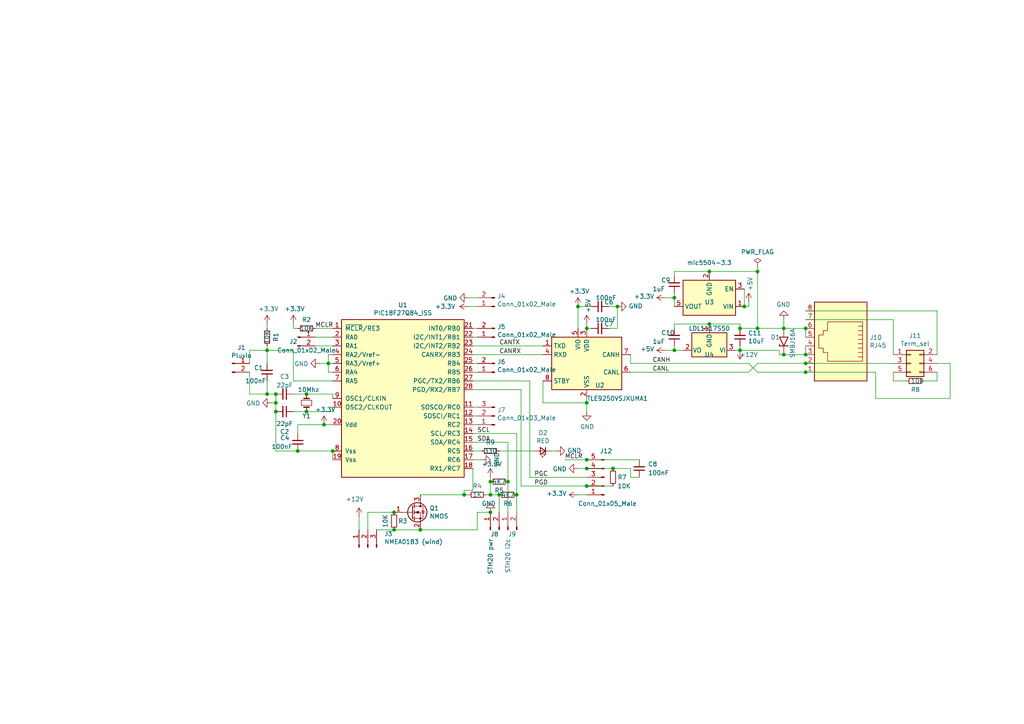
<source format=kicad_sch>
(kicad_sch (version 20211123) (generator eeschema)
  (paper "A4")
  (lib_symbols
    (symbol "Connector:Conn_01x02_Male" (pin_names (offset 1.016) hide)
      (property "Reference" "J" (at 0 2.54 0))
      (property "Value" "Conn_01x02_Male" (at 0 -5.08 0))
      (symbol "Conn_01x02_Male_1_1"
        (polyline (pts (xy 1.27 -2.54) (xy 0.8636 -2.54)) (stroke (width 0.1524)))
        (polyline (pts (xy 1.27 0) (xy 0.8636 0)) (stroke (width 0.1524)))
        (rectangle (start 0.8636 -2.413) (end 0 -2.667) (stroke (width 0.1524)) (fill (type outline)))
        (rectangle (start 0.8636 0.127) (end 0 -0.127) (stroke (width 0.1524)) (fill (type outline)))
        (pin passive line (at 5.08 0 180) (length 3.81) (name "Pin_1") (number "1"))
        (pin passive line (at 5.08 -2.54 180) (length 3.81) (name "Pin_2") (number "2"))
      )
    )
    (symbol "Connector:Conn_01x03_Male" (pin_names (offset 1.016) hide)
      (property "Reference" "J" (at 0 5.08 0))
      (property "Value" "Conn_01x03_Male" (at 0 -5.08 0))
      (symbol "Conn_01x03_Male_1_1"
        (polyline (pts (xy 1.27 -2.54) (xy 0.8636 -2.54)) (stroke (width 0.1524)))
        (polyline (pts (xy 1.27 0) (xy 0.8636 0)) (stroke (width 0.1524)))
        (polyline (pts (xy 1.27 2.54) (xy 0.8636 2.54)) (stroke (width 0.1524)))
        (rectangle (start 0.8636 -2.413) (end 0 -2.667) (stroke (width 0.1524)) (fill (type outline)))
        (rectangle (start 0.8636 0.127) (end 0 -0.127) (stroke (width 0.1524)) (fill (type outline)))
        (rectangle (start 0.8636 2.667) (end 0 2.413) (stroke (width 0.1524)) (fill (type outline)))
        (pin passive line (at 5.08 2.54 180) (length 3.81) (name "Pin_1") (number "1"))
        (pin passive line (at 5.08 0 180) (length 3.81) (name "Pin_2") (number "2"))
        (pin passive line (at 5.08 -2.54 180) (length 3.81) (name "Pin_3") (number "3"))
      )
    )
    (symbol "Connector:Conn_01x05_Male" (pin_names (offset 1.016) hide)
      (property "Reference" "J" (at 0 7.62 0))
      (property "Value" "Conn_01x05_Male" (at 0 -7.62 0))
      (symbol "Conn_01x05_Male_1_1"
        (polyline (pts (xy 1.27 -5.08) (xy 0.8636 -5.08)) (stroke (width 0.1524)))
        (polyline (pts (xy 1.27 -2.54) (xy 0.8636 -2.54)) (stroke (width 0.1524)))
        (polyline (pts (xy 1.27 0) (xy 0.8636 0)) (stroke (width 0.1524)))
        (polyline (pts (xy 1.27 2.54) (xy 0.8636 2.54)) (stroke (width 0.1524)))
        (polyline (pts (xy 1.27 5.08) (xy 0.8636 5.08)) (stroke (width 0.1524)))
        (rectangle (start 0.8636 -4.953) (end 0 -5.207) (stroke (width 0.1524)) (fill (type outline)))
        (rectangle (start 0.8636 -2.413) (end 0 -2.667) (stroke (width 0.1524)) (fill (type outline)))
        (rectangle (start 0.8636 0.127) (end 0 -0.127) (stroke (width 0.1524)) (fill (type outline)))
        (rectangle (start 0.8636 2.667) (end 0 2.413) (stroke (width 0.1524)) (fill (type outline)))
        (rectangle (start 0.8636 5.207) (end 0 4.953) (stroke (width 0.1524)) (fill (type outline)))
        (pin passive line (at 5.08 5.08 180) (length 3.81) (name "Pin_1") (number "1"))
        (pin passive line (at 5.08 2.54 180) (length 3.81) (name "Pin_2") (number "2"))
        (pin passive line (at 5.08 0 180) (length 3.81) (name "Pin_3") (number "3"))
        (pin passive line (at 5.08 -2.54 180) (length 3.81) (name "Pin_4") (number "4"))
        (pin passive line (at 5.08 -5.08 180) (length 3.81) (name "Pin_5") (number "5"))
      )
    )
    (symbol "Connector:RJ45" (pin_names (offset 1.016))
      (property "Reference" "J" (at -5.08 13.97 0))
      (property "Value" "RJ45" (at 2.54 13.97 0))
      (symbol "RJ45_0_1"
        (polyline (pts (xy -5.08 4.445) (xy -6.35 4.445)))
        (polyline (pts (xy -5.08 5.715) (xy -6.35 5.715)))
        (polyline (pts (xy -6.35 -3.175) (xy -5.08 -3.175) (xy -5.08 -3.175)))
        (polyline (pts (xy -6.35 -1.905) (xy -5.08 -1.905) (xy -5.08 -1.905)))
        (polyline (pts (xy -6.35 -0.635) (xy -5.08 -0.635) (xy -5.08 -0.635)))
        (polyline (pts (xy -6.35 0.635) (xy -5.08 0.635) (xy -5.08 0.635)))
        (polyline (pts (xy -6.35 1.905) (xy -5.08 1.905) (xy -5.08 1.905)))
        (polyline (pts (xy -5.08 3.175) (xy -6.35 3.175) (xy -6.35 3.175)))
        (polyline (pts (xy -6.35 -4.445) (xy -6.35 6.985) (xy 3.81 6.985) (xy 3.81 4.445) (xy 5.08 4.445) (xy 5.08 3.175) (xy 6.35 3.175) (xy 6.35 -0.635) (xy 5.08 -0.635) (xy 5.08 -1.905) (xy 3.81 -1.905) (xy 3.81 -4.445) (xy -6.35 -4.445) (xy -6.35 -4.445)))
        (rectangle (start 7.62 12.7) (end -7.62 -10.16) (stroke (width 0.254)) (fill (type background)))
      )
      (symbol "RJ45_1_1"
        (pin passive line (at 10.16 -7.62 180) (length 2.54) (name "~") (number "1"))
        (pin passive line (at 10.16 -5.08 180) (length 2.54) (name "~") (number "2"))
        (pin passive line (at 10.16 -2.54 180) (length 2.54) (name "~") (number "3"))
        (pin passive line (at 10.16 0 180) (length 2.54) (name "~") (number "4"))
        (pin passive line (at 10.16 2.54 180) (length 2.54) (name "~") (number "5"))
        (pin passive line (at 10.16 5.08 180) (length 2.54) (name "~") (number "6"))
        (pin passive line (at 10.16 7.62 180) (length 2.54) (name "~") (number "7"))
        (pin passive line (at 10.16 10.16 180) (length 2.54) (name "~") (number "8"))
      )
    )
    (symbol "Connector_Generic:Conn_02x03_Odd_Even" (pin_names (offset 1.016) hide)
      (property "Reference" "J" (at 1.27 5.08 0))
      (property "Value" "Conn_02x03_Odd_Even" (at 1.27 -5.08 0))
      (symbol "Conn_02x03_Odd_Even_1_1"
        (rectangle (start -1.27 -2.413) (end 0 -2.667) (stroke (width 0.1524)))
        (rectangle (start -1.27 0.127) (end 0 -0.127) (stroke (width 0.1524)))
        (rectangle (start -1.27 2.667) (end 0 2.413) (stroke (width 0.1524)))
        (rectangle (start -1.27 3.81) (end 3.81 -3.81) (stroke (width 0.254)) (fill (type background)))
        (rectangle (start 3.81 -2.413) (end 2.54 -2.667) (stroke (width 0.1524)))
        (rectangle (start 3.81 0.127) (end 2.54 -0.127) (stroke (width 0.1524)))
        (rectangle (start 3.81 2.667) (end 2.54 2.413) (stroke (width 0.1524)))
        (pin passive line (at -5.08 2.54 0) (length 3.81) (name "Pin_1") (number "1"))
        (pin passive line (at 7.62 2.54 180) (length 3.81) (name "Pin_2") (number "2"))
        (pin passive line (at -5.08 0 0) (length 3.81) (name "Pin_3") (number "3"))
        (pin passive line (at 7.62 0 180) (length 3.81) (name "Pin_4") (number "4"))
        (pin passive line (at -5.08 -2.54 0) (length 3.81) (name "Pin_5") (number "5"))
        (pin passive line (at 7.62 -2.54 180) (length 3.81) (name "Pin_6") (number "6"))
      )
    )
    (symbol "Device:C_Small" (pin_numbers hide) (pin_names (offset 0.254) hide)
      (property "Reference" "C" (at 0.254 1.778 0))
      (property "Value" "C_Small" (at 0.254 -2.032 0))
      (symbol "C_Small_0_1"
        (polyline (pts (xy -1.524 -0.508) (xy 1.524 -0.508)) (stroke (width 0.3302)))
        (polyline (pts (xy -1.524 0.508) (xy 1.524 0.508)) (stroke (width 0.3048)))
      )
      (symbol "C_Small_1_1"
        (pin passive line (at 0 2.54 270) (length 2.032) (name "~") (number "1"))
        (pin passive line (at 0 -2.54 90) (length 2.032) (name "~") (number "2"))
      )
    )
    (symbol "Device:Crystal_Small" (pin_numbers hide) (pin_names (offset 1.016) hide)
      (property "Reference" "Y" (at 0 2.54 0))
      (property "Value" "Crystal_Small" (at 0 -2.54 0))
      (symbol "Crystal_Small_0_1"
        (rectangle (start -0.762 -1.524) (end 0.762 1.524))
        (polyline (pts (xy -1.27 -0.762) (xy -1.27 0.762)) (stroke (width 0.381)))
        (polyline (pts (xy 1.27 -0.762) (xy 1.27 0.762)) (stroke (width 0.381)))
      )
      (symbol "Crystal_Small_1_1"
        (pin passive line (at -2.54 0 0) (length 1.27) (name "1") (number "1"))
        (pin passive line (at 2.54 0 180) (length 1.27) (name "2") (number "2"))
      )
    )
    (symbol "Device:LED_Small" (pin_numbers hide) (pin_names (offset 0.254) hide)
      (property "Reference" "D" (at -1.27 3.175 0))
      (property "Value" "LED_Small" (at -4.445 -2.54 0))
      (symbol "LED_Small_0_1"
        (polyline (pts (xy -0.762 -1.016) (xy -0.762 1.016)) (stroke (width 0.254)))
        (polyline (pts (xy 1.016 0) (xy -0.762 0)))
        (polyline (pts (xy 0.762 -1.016) (xy -0.762 0) (xy 0.762 1.016) (xy 0.762 -1.016)) (stroke (width 0.254)))
        (polyline (pts (xy 0 0.762) (xy -0.508 1.27) (xy -0.254 1.27) (xy -0.508 1.27) (xy -0.508 1.016)))
        (polyline (pts (xy 0.508 1.27) (xy 0 1.778) (xy 0.254 1.778) (xy 0 1.778) (xy 0 1.524)))
      )
      (symbol "LED_Small_1_1"
        (pin passive line (at -2.54 0 0) (length 1.778) (name "K") (number "1"))
        (pin passive line (at 2.54 0 180) (length 1.778) (name "A") (number "2"))
      )
    )
    (symbol "Device:Q_NMOS_GSD" (pin_names (offset 0) hide)
      (property "Reference" "Q" (at 5.08 1.27 0))
      (property "Value" "Q_NMOS_GSD" (at 5.08 -1.27 0))
      (symbol "Q_NMOS_GSD_0_1"
        (polyline (pts (xy 0.254 0) (xy -2.54 0)))
        (polyline (pts (xy 0.254 1.905) (xy 0.254 -1.905)) (stroke (width 0.254)))
        (polyline (pts (xy 0.762 -1.27) (xy 0.762 -2.286)) (stroke (width 0.254)))
        (polyline (pts (xy 0.762 0.508) (xy 0.762 -0.508)) (stroke (width 0.254)))
        (polyline (pts (xy 0.762 2.286) (xy 0.762 1.27)) (stroke (width 0.254)))
        (polyline (pts (xy 2.54 2.54) (xy 2.54 1.778)))
        (polyline (pts (xy 2.54 -2.54) (xy 2.54 0) (xy 0.762 0)))
        (polyline (pts (xy 0.762 -1.778) (xy 3.302 -1.778) (xy 3.302 1.778) (xy 0.762 1.778)))
        (polyline (pts (xy 1.016 0) (xy 2.032 0.381) (xy 2.032 -0.381) (xy 1.016 0)) (fill (type outline)))
        (polyline (pts (xy 2.794 0.508) (xy 2.921 0.381) (xy 3.683 0.381) (xy 3.81 0.254)))
        (polyline (pts (xy 3.302 0.381) (xy 2.921 -0.254) (xy 3.683 -0.254) (xy 3.302 0.381)))
        (circle (center 1.651 0) (radius 2.794) (stroke (width 0.254)))
        (circle (center 2.54 -1.778) (radius 0.254) (fill (type outline)))
        (circle (center 2.54 1.778) (radius 0.254) (fill (type outline)))
      )
      (symbol "Q_NMOS_GSD_1_1"
        (pin input line (at -5.08 0 0) (length 2.54) (name "G") (number "1"))
        (pin passive line (at 2.54 -5.08 90) (length 2.54) (name "S") (number "2"))
        (pin passive line (at 2.54 5.08 270) (length 2.54) (name "D") (number "3"))
      )
    )
    (symbol "Device:R_Small" (pin_numbers hide) (pin_names (offset 0.254) hide)
      (property "Reference" "R" (at 0.762 0.508 0))
      (property "Value" "R_Small" (at 0.762 -1.016 0))
      (symbol "R_Small_0_1"
        (rectangle (start -0.762 1.778) (end 0.762 -1.778) (stroke (width 0.2032)))
      )
      (symbol "R_Small_1_1"
        (pin passive line (at 0 2.54 270) (length 0.762) (name "~") (number "1"))
        (pin passive line (at 0 -2.54 90) (length 0.762) (name "~") (number "2"))
      )
    )
    (symbol "Diode:1.5KExxA" (pin_numbers hide) (pin_names (offset 1.016) hide)
      (property "Reference" "D" (at 0 2.54 0))
      (property "Value" "1.5KExxA" (at 0 -2.54 0))
      (symbol "1.5KExxA_0_1"
        (polyline (pts (xy -0.762 1.27) (xy -1.27 1.27) (xy -1.27 -1.27)) (stroke (width 0.254)))
        (polyline (pts (xy 1.27 1.27) (xy 1.27 -1.27) (xy -1.27 0) (xy 1.27 1.27)) (stroke (width 0.254)))
      )
      (symbol "1.5KExxA_1_1"
        (pin passive line (at -3.81 0 0) (length 2.54) (name "A1") (number "1"))
        (pin passive line (at 3.81 0 180) (length 2.54) (name "A2") (number "2"))
      )
    )
    (symbol "Interface_CAN_LIN:MCP2542FDxMF"
      (property "Reference" "U" (at -10.16 8.89 0))
      (property "Value" "MCP2542FDxMF" (at 2.54 8.89 0))
      (symbol "MCP2542FDxMF_0_1"
        (rectangle (start -10.16 7.62) (end 10.16 -7.62) (stroke (width 0.254)) (fill (type background)))
      )
      (symbol "MCP2542FDxMF_1_1"
        (pin input line (at -12.7 5.08 0) (length 2.54) (name "TXD") (number "1"))
        (pin power_in line (at 0 -10.16 90) (length 2.54) (name "VSS") (number "2"))
        (pin power_in line (at 0 10.16 270) (length 2.54) (name "VDD") (number "3"))
        (pin output line (at -12.7 2.54 0) (length 2.54) (name "RXD") (number "4"))
        (pin power_in line (at -2.54 10.16 270) (length 2.54) (name "VIO") (number "5"))
        (pin bidirectional line (at 12.7 -2.54 180) (length 2.54) (name "CANL") (number "6"))
        (pin bidirectional line (at 12.7 2.54 180) (length 2.54) (name "CANH") (number "7"))
        (pin input line (at -12.7 -5.08 0) (length 2.54) (name "STBY") (number "8"))
        (pin passive line (at 0 -10.16 90) (length 2.54) hide (name "VSS") (number "9"))
      )
    )
    (symbol "Regulator_Linear:LD1117S50TR_SOT223" (pin_names (offset 0.254))
      (property "Reference" "U" (at -3.81 3.175 0))
      (property "Value" "LD1117S50TR_SOT223" (at 0 3.175 0))
      (symbol "LD1117S50TR_SOT223_0_1"
        (rectangle (start -5.08 -5.08) (end 5.08 1.905) (stroke (width 0.254)) (fill (type background)))
      )
      (symbol "LD1117S50TR_SOT223_1_1"
        (pin power_in line (at 0 -7.62 90) (length 2.54) (name "GND") (number "1"))
        (pin power_out line (at 7.62 0 180) (length 2.54) (name "VO") (number "2"))
        (pin power_in line (at -7.62 0 0) (length 2.54) (name "VI") (number "3"))
      )
    )
    (symbol "Regulator_Linear:MIC5504-3.3YM5"
      (property "Reference" "U" (at -7.62 8.89 0))
      (property "Value" "MIC5504-3.3YM5" (at -7.62 6.35 0))
      (symbol "MIC5504-3.3YM5_0_1"
        (rectangle (start -7.62 -5.08) (end 7.62 5.08) (stroke (width 0.254)) (fill (type background)))
      )
      (symbol "MIC5504-3.3YM5_1_1"
        (pin power_in line (at -10.16 2.54 0) (length 2.54) (name "VIN") (number "1"))
        (pin power_in line (at 0 -7.62 90) (length 2.54) (name "GND") (number "2"))
        (pin input line (at -10.16 -2.54 0) (length 2.54) (name "EN") (number "3"))
        (pin no_connect line (at 7.62 -2.54 180) (length 2.54) hide (name "NC") (number "4"))
        (pin power_out line (at 10.16 2.54 180) (length 2.54) (name "VOUT") (number "5"))
      )
    )
    (symbol "microchip-local:PIC18F27Q84" (pin_names (offset 1.016))
      (property "Reference" "U" (at -17.78 24.13 0))
      (property "Value" "PIC18F27Q84" (at 17.78 24.13 0))
      (symbol "PIC18F27Q84_0_1"
        (rectangle (start -17.78 22.86) (end 17.78 -22.86) (stroke (width 0.254)) (fill (type background)))
      )
      (symbol "PIC18F27Q84_1_1"
        (pin bidirectional line (at -20.32 20.32 0) (length 2.54) (name "~{MCLR}/RE3") (number "1"))
        (pin input line (at -20.32 -2.54 0) (length 2.54) (name "OSC2/CLKOUT") (number "10"))
        (pin bidirectional line (at 20.32 -2.54 180) (length 2.54) (name "SOSCO/RC0") (number "11"))
        (pin bidirectional line (at 20.32 -5.08 180) (length 2.54) (name "SOSCI/RC1") (number "12"))
        (pin bidirectional line (at 20.32 -7.62 180) (length 2.54) (name "RC2") (number "13"))
        (pin bidirectional line (at 20.32 -10.16 180) (length 2.54) (name "SCL/RC3") (number "14"))
        (pin bidirectional line (at 20.32 -12.7 180) (length 2.54) (name "SDA/RC4") (number "15"))
        (pin bidirectional line (at 20.32 -15.24 180) (length 2.54) (name "RC5") (number "16"))
        (pin bidirectional line (at 20.32 -17.78 180) (length 2.54) (name "RC6") (number "17"))
        (pin bidirectional line (at 20.32 -20.32 180) (length 2.54) (name "RX1/RC7") (number "18"))
        (pin power_in line (at -20.32 -17.78 0) (length 2.54) (name "Vss") (number "19"))
        (pin bidirectional line (at -20.32 17.78 0) (length 2.54) (name "RA0") (number "2"))
        (pin power_in line (at -20.32 -7.62 0) (length 2.54) (name "Vdd") (number "20"))
        (pin bidirectional line (at 20.32 20.32 180) (length 2.54) (name "INT0/RB0") (number "21"))
        (pin bidirectional line (at 20.32 17.78 180) (length 2.54) (name "I2C/INT1/RB1") (number "22"))
        (pin bidirectional line (at 20.32 15.24 180) (length 2.54) (name "I2C/INT2/RB2") (number "23"))
        (pin bidirectional line (at 20.32 12.7 180) (length 2.54) (name "CANRX/RB3") (number "24"))
        (pin bidirectional line (at 20.32 10.16 180) (length 2.54) (name "RB4") (number "25"))
        (pin bidirectional line (at 20.32 7.62 180) (length 2.54) (name "RB5") (number "26"))
        (pin bidirectional line (at 20.32 5.08 180) (length 2.54) (name "PGC/TX2/RB6") (number "27"))
        (pin bidirectional line (at 20.32 2.54 180) (length 2.54) (name "PGD/RX2/RB7") (number "28"))
        (pin bidirectional line (at -20.32 15.24 0) (length 2.54) (name "RA1") (number "3"))
        (pin bidirectional line (at -20.32 12.7 0) (length 2.54) (name "RA2/Vref-") (number "4"))
        (pin bidirectional line (at -20.32 10.16 0) (length 2.54) (name "RA3/Vref+") (number "5"))
        (pin bidirectional line (at -20.32 7.62 0) (length 2.54) (name "RA4") (number "6"))
        (pin bidirectional line (at -20.32 5.08 0) (length 2.54) (name "RA5") (number "7"))
        (pin power_in line (at -20.32 -15.24 0) (length 2.54) (name "Vss") (number "8"))
        (pin input line (at -20.32 0 0) (length 2.54) (name "OSC1/CLKIN") (number "9"))
      )
    )
    (symbol "power:+12V" (power) (pin_names (offset 0))
      (property "Value" "+12V" (at 0 3.556 0))
      (symbol "+12V_0_1"
        (polyline (pts (xy -0.762 1.27) (xy 0 2.54)))
        (polyline (pts (xy 0 0) (xy 0 2.54)))
        (polyline (pts (xy 0 2.54) (xy 0.762 1.27)))
      )
      (symbol "+12V_1_1"
        (pin power_in line (at 0 0 90) (length 0) hide (name "+12V") (number "1"))
      )
    )
    (symbol "power:+3.3V" (power) (pin_names (offset 0))
      (property "Value" "+3.3V" (at 0 3.556 0))
      (symbol "+3.3V_0_1"
        (polyline (pts (xy -0.762 1.27) (xy 0 2.54)))
        (polyline (pts (xy 0 0) (xy 0 2.54)))
        (polyline (pts (xy 0 2.54) (xy 0.762 1.27)))
      )
      (symbol "+3.3V_1_1"
        (pin power_in line (at 0 0 90) (length 0) hide (name "+3.3V") (number "1"))
      )
    )
    (symbol "power:+5V" (power) (pin_names (offset 0))
      (property "Value" "+5V" (at 0 3.556 0))
      (symbol "+5V_0_1"
        (polyline (pts (xy -0.762 1.27) (xy 0 2.54)))
        (polyline (pts (xy 0 0) (xy 0 2.54)))
        (polyline (pts (xy 0 2.54) (xy 0.762 1.27)))
      )
      (symbol "+5V_1_1"
        (pin power_in line (at 0 0 90) (length 0) hide (name "+5V") (number "1"))
      )
    )
    (symbol "power:GND" (power) (pin_names (offset 0))
      (property "Value" "GND" (at 0 -3.81 0))
      (symbol "GND_0_1"
        (polyline (pts (xy 0 0) (xy 0 -1.27) (xy 1.27 -1.27) (xy 0 -2.54) (xy -1.27 -1.27) (xy 0 -1.27)))
      )
      (symbol "GND_1_1"
        (pin power_in line (at 0 0 270) (length 0) hide (name "GND") (number "1"))
      )
    )
    (symbol "power:PWR_FLAG" (power) (pin_numbers hide) (pin_names (offset 0) hide)
      (property "Value" "PWR_FLAG" (at 0 3.81 0))
      (symbol "PWR_FLAG_0_0"
        (pin power_out line (at 0 0 90) (length 0) (name "pwr") (number "1"))
      )
      (symbol "PWR_FLAG_0_1"
        (polyline (pts (xy 0 0) (xy 0 1.27) (xy -1.016 1.905) (xy 0 2.54) (xy 1.016 1.905) (xy 0 1.27)))
      )
    )
  )
  (junction (at 170.18 95.25))
  (junction (at 77.47 114.3))
  (junction (at 80.01 114.3))
  (junction (at 195.58 101.6))
  (junction (at 227.33 95.25))
  (junction (at 227.33 102.87))
  (junction (at 233.68 105.41))
  (junction (at 167.64 88.9))
  (junction (at 142.24 143.51))
  (junction (at 170.18 116.84))
  (junction (at 233.68 95.25))
  (junction (at 86.36 130.81))
  (junction (at 80.01 119.38))
  (junction (at 147.32 139.7))
  (junction (at 215.9 88.9))
  (junction (at 96.52 130.81))
  (junction (at 77.47 101.6))
  (junction (at 149.86 143.51))
  (junction (at 114.3 148.59))
  (junction (at 80.01 116.84))
  (junction (at 142.24 148.59))
  (junction (at 214.63 95.25))
  (junction (at 134.62 143.51))
  (junction (at 88.9 119.38))
  (junction (at 144.78 143.51))
  (junction (at 121.92 153.67))
  (junction (at 170.18 135.89))
  (junction (at 233.68 107.95))
  (junction (at 177.8 135.89))
  (junction (at 219.71 78.74))
  (junction (at 114.3 153.67))
  (junction (at 195.58 86.36))
  (junction (at 88.9 114.3))
  (junction (at 205.74 93.98))
  (junction (at 170.18 140.97))
  (junction (at 93.98 123.19))
  (junction (at 170.18 133.35))
  (junction (at 205.74 78.74))
  (junction (at 179.07 88.9))
  (junction (at 219.71 95.25))
  (junction (at 214.63 101.6))
  (junction (at 142.24 139.7))
  (junction (at 95.25 105.41))
  (junction (at 233.68 102.87))
  (wire (pts (xy 214.63 101.6) (xy 226.06 101.6)))
  (wire (pts (xy 182.88 138.43) (xy 185.42 138.43)))
  (wire (pts (xy 80.01 116.84) (xy 78.74 116.84)))
  (wire (pts (xy 219.71 107.95) (xy 217.17 105.41)))
  (wire (pts (xy 137.16 120.65) (xy 138.43 120.65)))
  (wire (pts (xy 85.09 95.25) (xy 85.09 93.98)))
  (wire (pts (xy 140.97 143.51) (xy 142.24 143.51)))
  (wire (pts (xy 86.36 130.81) (xy 80.01 130.81)))
  (wire (pts (xy 227.33 95.25) (xy 219.71 95.25)))
  (wire (pts (xy 138.43 105.41) (xy 137.16 105.41)))
  (wire (pts (xy 137.16 100.33) (xy 157.48 100.33)))
  (wire (pts (xy 195.58 80.01) (xy 195.58 78.74)))
  (wire (pts (xy 213.36 101.6) (xy 214.63 101.6)))
  (wire (pts (xy 96.52 105.41) (xy 95.25 105.41)))
  (wire (pts (xy 137.16 142.24) (xy 134.62 142.24)))
  (wire (pts (xy 167.64 88.9) (xy 167.64 95.25)))
  (wire (pts (xy 195.58 93.98) (xy 205.74 93.98)))
  (wire (pts (xy 271.78 105.41) (xy 275.59 105.41)))
  (wire (pts (xy 139.7 133.35) (xy 137.16 133.35)))
  (wire (pts (xy 137.16 110.49) (xy 153.67 110.49)))
  (wire (pts (xy 271.78 102.87) (xy 271.78 90.17)))
  (wire (pts (xy 77.47 100.33) (xy 77.47 101.6)))
  (wire (pts (xy 214.63 95.25) (xy 214.63 93.98)))
  (wire (pts (xy 275.59 115.57) (xy 254 115.57)))
  (wire (pts (xy 153.67 110.49) (xy 153.67 138.43)))
  (wire (pts (xy 142.24 139.7) (xy 142.24 143.51)))
  (wire (pts (xy 85.09 119.38) (xy 88.9 119.38)))
  (wire (pts (xy 170.18 140.97) (xy 177.8 140.97)))
  (wire (pts (xy 77.47 101.6) (xy 72.39 101.6)))
  (wire (pts (xy 85.09 110.49) (xy 96.52 110.49)))
  (wire (pts (xy 95.25 105.41) (xy 95.25 107.95)))
  (wire (pts (xy 96.52 114.3) (xy 88.9 114.3)))
  (wire (pts (xy 80.01 119.38) (xy 80.01 116.84)))
  (wire (pts (xy 195.58 86.36) (xy 195.58 88.9)))
  (wire (pts (xy 170.18 95.25) (xy 171.45 95.25)))
  (wire (pts (xy 88.9 119.38) (xy 96.52 119.38)))
  (wire (pts (xy 153.67 138.43) (xy 170.18 138.43)))
  (wire (pts (xy 179.07 88.9) (xy 179.07 95.25)))
  (wire (pts (xy 138.43 153.67) (xy 121.92 153.67)))
  (wire (pts (xy 271.78 110.49) (xy 271.78 107.95)))
  (wire (pts (xy 226.06 102.87) (xy 227.33 102.87)))
  (wire (pts (xy 96.52 100.33) (xy 91.44 100.33)))
  (wire (pts (xy 86.36 95.25) (xy 85.09 95.25)))
  (wire (pts (xy 134.62 142.24) (xy 134.62 143.51)))
  (wire (pts (xy 193.04 101.6) (xy 195.58 101.6)))
  (wire (pts (xy 226.06 101.6) (xy 226.06 102.87)))
  (wire (pts (xy 95.25 105.41) (xy 92.71 105.41)))
  (wire (pts (xy 137.16 128.27) (xy 147.32 128.27)))
  (wire (pts (xy 259.08 105.41) (xy 233.68 105.41)))
  (wire (pts (xy 88.9 114.3) (xy 85.09 114.3)))
  (wire (pts (xy 137.16 107.95) (xy 138.43 107.95)))
  (wire (pts (xy 233.68 92.71) (xy 259.08 92.71)))
  (wire (pts (xy 214.63 93.98) (xy 205.74 93.98)))
  (wire (pts (xy 72.39 107.95) (xy 72.39 114.3)))
  (wire (pts (xy 77.47 110.49) (xy 77.47 114.3)))
  (wire (pts (xy 217.17 107.95) (xy 182.88 107.95)))
  (wire (pts (xy 170.18 115.57) (xy 170.18 116.84)))
  (wire (pts (xy 171.45 88.9) (xy 167.64 88.9)))
  (wire (pts (xy 96.52 95.25) (xy 91.44 95.25)))
  (wire (pts (xy 138.43 88.9) (xy 135.89 88.9)))
  (wire (pts (xy 161.29 130.81) (xy 160.02 130.81)))
  (wire (pts (xy 177.8 135.89) (xy 170.18 135.89)))
  (wire (pts (xy 215.9 83.82) (xy 215.9 88.9)))
  (wire (pts (xy 97.79 130.81) (xy 96.52 130.81)))
  (wire (pts (xy 135.89 86.36) (xy 138.43 86.36)))
  (wire (pts (xy 185.42 133.35) (xy 170.18 133.35)))
  (wire (pts (xy 177.8 135.89) (xy 182.88 135.89)))
  (wire (pts (xy 80.01 116.84) (xy 80.01 114.3)))
  (wire (pts (xy 149.86 143.51) (xy 149.86 148.59)))
  (wire (pts (xy 91.44 97.79) (xy 96.52 97.79)))
  (wire (pts (xy 142.24 143.51) (xy 144.78 143.51)))
  (wire (pts (xy 195.58 78.74) (xy 205.74 78.74)))
  (wire (pts (xy 137.16 102.87) (xy 157.48 102.87)))
  (wire (pts (xy 227.33 92.71) (xy 227.33 95.25)))
  (wire (pts (xy 254 115.57) (xy 254 107.95)))
  (wire (pts (xy 233.68 90.17) (xy 271.78 90.17)))
  (wire (pts (xy 182.88 105.41) (xy 182.88 102.87)))
  (wire (pts (xy 138.43 118.11) (xy 137.16 118.11)))
  (wire (pts (xy 233.68 95.25) (xy 227.33 95.25)))
  (wire (pts (xy 217.17 105.41) (xy 182.88 105.41)))
  (wire (pts (xy 205.74 78.74) (xy 219.71 78.74)))
  (wire (pts (xy 80.01 130.81) (xy 80.01 119.38)))
  (wire (pts (xy 157.48 116.84) (xy 170.18 116.84)))
  (wire (pts (xy 275.59 105.41) (xy 275.59 115.57)))
  (wire (pts (xy 179.07 95.25) (xy 176.53 95.25)))
  (wire (pts (xy 167.64 143.51) (xy 170.18 143.51)))
  (wire (pts (xy 170.18 95.25) (xy 170.18 93.98)))
  (wire (pts (xy 193.04 86.36) (xy 195.58 86.36)))
  (wire (pts (xy 86.36 123.19) (xy 86.36 125.73)))
  (wire (pts (xy 114.3 148.59) (xy 106.68 148.59)))
  (wire (pts (xy 219.71 78.74) (xy 219.71 95.25)))
  (wire (pts (xy 85.09 101.6) (xy 85.09 110.49)))
  (wire (pts (xy 77.47 114.3) (xy 72.39 114.3)))
  (wire (pts (xy 219.71 107.95) (xy 233.68 107.95)))
  (wire (pts (xy 176.53 88.9) (xy 179.07 88.9)))
  (wire (pts (xy 233.68 95.25) (xy 233.68 97.79)))
  (wire (pts (xy 134.62 143.51) (xy 121.92 143.51)))
  (wire (pts (xy 137.16 125.73) (xy 149.86 125.73)))
  (wire (pts (xy 167.64 135.89) (xy 170.18 135.89)))
  (wire (pts (xy 93.98 123.19) (xy 86.36 123.19)))
  (wire (pts (xy 138.43 123.19) (xy 137.16 123.19)))
  (wire (pts (xy 217.17 88.9) (xy 215.9 88.9)))
  (wire (pts (xy 195.58 101.6) (xy 195.58 100.33)))
  (wire (pts (xy 151.13 113.03) (xy 151.13 140.97)))
  (wire (pts (xy 157.48 110.49) (xy 157.48 116.84)))
  (wire (pts (xy 262.89 110.49) (xy 259.08 110.49)))
  (wire (pts (xy 96.52 102.87) (xy 95.25 102.87)))
  (wire (pts (xy 138.43 148.59) (xy 142.24 148.59)))
  (wire (pts (xy 147.32 139.7) (xy 147.32 148.59)))
  (wire (pts (xy 77.47 101.6) (xy 85.09 101.6)))
  (wire (pts (xy 170.18 140.97) (xy 151.13 140.97)))
  (wire (pts (xy 259.08 110.49) (xy 259.08 107.95)))
  (wire (pts (xy 254 107.95) (xy 233.68 107.95)))
  (wire (pts (xy 137.16 135.89) (xy 137.16 142.24)))
  (wire (pts (xy 96.52 123.19) (xy 93.98 123.19)))
  (wire (pts (xy 214.63 101.6) (xy 214.63 100.33)))
  (wire (pts (xy 86.36 130.81) (xy 96.52 130.81)))
  (wire (pts (xy 219.71 105.41) (xy 217.17 107.95)))
  (wire (pts (xy 96.52 114.3) (xy 96.52 115.57)))
  (wire (pts (xy 154.94 130.81) (xy 144.78 130.81)))
  (wire (pts (xy 139.7 130.81) (xy 137.16 130.81)))
  (wire (pts (xy 219.71 95.25) (xy 214.63 95.25)))
  (wire (pts (xy 149.86 125.73) (xy 149.86 143.51)))
  (wire (pts (xy 96.52 118.11) (xy 96.52 119.38)))
  (wire (pts (xy 195.58 95.25) (xy 195.58 93.98)))
  (wire (pts (xy 137.16 97.79) (xy 138.43 97.79)))
  (wire (pts (xy 95.25 102.87) (xy 95.25 105.41)))
  (wire (pts (xy 95.25 107.95) (xy 96.52 107.95)))
  (wire (pts (xy 106.68 148.59) (xy 106.68 153.67)))
  (wire (pts (xy 96.52 133.35) (xy 96.52 130.81)))
  (wire (pts (xy 259.08 102.87) (xy 259.08 92.71)))
  (wire (pts (xy 219.71 77.47) (xy 219.71 78.74)))
  (wire (pts (xy 114.3 153.67) (xy 109.22 153.67)))
  (wire (pts (xy 182.88 135.89) (xy 182.88 138.43)))
  (wire (pts (xy 233.68 102.87) (xy 233.68 100.33)))
  (wire (pts (xy 138.43 148.59) (xy 138.43 153.67)))
  (wire (pts (xy 147.32 128.27) (xy 147.32 139.7)))
  (wire (pts (xy 195.58 86.36) (xy 195.58 85.09)))
  (wire (pts (xy 138.43 95.25) (xy 137.16 95.25)))
  (wire (pts (xy 195.58 101.6) (xy 198.12 101.6)))
  (wire (pts (xy 114.3 153.67) (xy 121.92 153.67)))
  (wire (pts (xy 77.47 101.6) (xy 77.47 105.41)))
  (wire (pts (xy 77.47 93.98) (xy 77.47 95.25)))
  (wire (pts (xy 217.17 87.63) (xy 217.17 88.9)))
  (wire (pts (xy 104.14 149.86) (xy 104.14 153.67)))
  (wire (pts (xy 219.71 105.41) (xy 233.68 105.41)))
  (wire (pts (xy 77.47 114.3) (xy 80.01 114.3)))
  (wire (pts (xy 227.33 102.87) (xy 233.68 102.87)))
  (wire (pts (xy 267.97 110.49) (xy 271.78 110.49)))
  (wire (pts (xy 72.39 101.6) (xy 72.39 105.41)))
  (wire (pts (xy 135.89 143.51) (xy 134.62 143.51)))
  (wire (pts (xy 137.16 113.03) (xy 151.13 113.03)))
  (wire (pts (xy 170.18 133.35) (xy 163.83 133.35)))
  (wire (pts (xy 144.78 143.51) (xy 144.78 148.59)))
  (wire (pts (xy 142.24 138.43) (xy 142.24 139.7)))
  (wire (pts (xy 170.18 116.84) (xy 170.18 119.38)))
  (label "SCL" (at 138.43 125.73 0))
  (label "SDA" (at 138.43 128.27 0))
  (label "MCLR" (at 163.83 133.35 0))
  (label "CANL" (at 189.23 107.95 0))
  (label "MCLR" (at 91.44 95.25 0))
  (label "PGC" (at 154.94 138.43 0))
  (label "CANH" (at 189.23 105.41 0))
  (label "CANTX" (at 144.78 100.33 0))
  (label "PGD" (at 154.94 140.97 0))
  (label "CANRX" (at 144.78 102.87 0))
  (symbol (lib_id "microchip-local:PIC18F27Q84") (at 116.84 115.57 0) (unit 1)
    (property "Reference" "U1" (at 116.84 88.4682 0))
    (property "Value" "PIC18F27Q84_ISS" (at 116.84 90.7796 0))
    (property "Footprint" "Package_SO:SOIC-28W_7.5x17.9mm_P1.27mm" (effects hide))
    (property "P/N" "PIC18F27Q84_ISS" (effects hide))
  )
  (symbol (lib_id "Interface_CAN_LIN:MCP2542FDxMF") (at 170.18 105.41 0) (unit 1)
    (property "Reference" "U2" (at 173.99 111.76 0))
    (property "Value" "TLE9250VSJXUMA1" (at 179.07 115.57 0))
    (property "Footprint" "Package_SO:SOIC-8_3.9x4.9mm_P1.27mm" (effects hide))
    (property "P/N" "TLE9250VSJXUMA1" (effects hide))
  )
  (symbol (lib_id "Regulator_Linear:LD1117S50TR_SOT223") (at 205.74 101.6 180) (unit 1)
    (property "Reference" "U4" (at 205.74 102.87 0))
    (property "Value" "LDL1117S50" (at 205.74 95.25 0))
    (property "Footprint" "Package_TO_SOT_SMD:SOT-223-3_TabPin2" (effects hide))
    (property "P/N" "LDL1117S50" (effects hide))
  )
  (symbol (lib_id "Device:Crystal_Small") (at 88.9 116.84 270) (mirror x) (unit 1)
    (property "Reference" "Y1" (at 87.63 120.65 90) (effects (justify left)))
    (property "Value" "10Mhz" (at 86.36 113.03 90) (effects (justify left)))
    (property "Footprint" "Crystal:Crystal_HC18-U_Vertical" (effects hide))
  )
  (symbol (lib_id "Device:C_Small") (at 82.55 119.38 270) (mirror x) (unit 1)
    (property "Reference" "C2" (at 82.55 125.1966 90))
    (property "Value" "22pF" (at 82.55 122.8852 90))
    (property "Footprint" "Capacitor_THT:C_Disc_D3.8mm_W2.6mm_P2.50mm" (effects hide))
  )
  (symbol (lib_id "Device:C_Small") (at 82.55 114.3 270) (mirror x) (unit 1)
    (property "Reference" "C3" (at 82.55 109.22 90))
    (property "Value" "22pF" (at 82.55 111.76 90))
    (property "Footprint" "Capacitor_THT:C_Disc_D3.8mm_W2.6mm_P2.50mm" (effects hide))
  )
  (symbol (lib_id "power:GND") (at 78.74 116.84 270) (unit 1)
    (property "Reference" "#PWR02" (effects hide))
    (property "Value" "GND" (at 75.4888 116.967 90) (effects (justify right)))
  )
  (symbol (lib_id "Device:C_Small") (at 86.36 128.27 180) (unit 1)
    (property "Reference" "C4" (at 81.28 127 0) (effects (justify right)))
    (property "Value" "100nF" (at 78.74 129.54 0) (effects (justify right)))
    (property "Footprint" "Capacitor_SMD:C_0805_2012Metric_Pad1.18x1.45mm_HandSolder" (effects hide))
  )
  (symbol (lib_id "power:+3.3V") (at 93.98 123.19 0) (unit 1)
    (property "Reference" "#PWR04" (effects hide))
    (property "Value" "+3.3V" (at 94.361 118.7958 0))
  )
  (symbol (lib_id "power:GND") (at 170.18 119.38 0) (unit 1)
    (property "Reference" "#PWR014" (effects hide))
    (property "Value" "GND" (at 170.307 123.7742 0))
  )
  (symbol (lib_id "power:+3.3V") (at 167.64 88.9 0) (unit 1)
    (property "Reference" "#PWR010" (effects hide))
    (property "Value" "+3.3V" (at 168.021 84.5058 0))
  )
  (symbol (lib_id "Device:C_Small") (at 173.99 88.9 90) (unit 1)
    (property "Reference" "C6" (at 175.26 87.63 90) (effects (justify right)))
    (property "Value" "100nF" (at 172.72 86.36 90) (effects (justify right)))
    (property "Footprint" "Capacitor_SMD:C_0805_2012Metric_Pad1.18x1.45mm_HandSolder" (effects hide))
  )
  (symbol (lib_id "power:GND") (at 179.07 88.9 90) (unit 1)
    (property "Reference" "#PWR015" (effects hide))
    (property "Value" "GND" (at 182.3212 88.773 90) (effects (justify right)))
  )
  (symbol (lib_id "Connector:RJ45") (at 243.84 100.33 0) (mirror y) (unit 1)
    (property "Reference" "J10" (at 252.222 97.8916 0) (effects (justify right)))
    (property "Value" "RJ45" (at 252.222 100.203 0) (effects (justify right)))
    (property "Footprint" "local:multicomp_MP002453-swappedpins" (effects hide))
  )
  (symbol (lib_id "Diode:1.5KExxA") (at 227.33 99.06 90) (unit 1)
    (property "Reference" "D1" (at 223.52 97.79 90) (effects (justify right)))
    (property "Value" "SMBJ16A" (at 229.87 95.25 0) (effects (justify right)))
    (property "Footprint" "Diode_SMD:D_SMB_Handsoldering" (effects hide))
    (property "Datasheet" "https://www.vishay.com/docs/88301/15ke.pdf" (effects hide))
  )
  (symbol (lib_id "Device:C_Small") (at 214.63 97.79 180) (unit 1)
    (property "Reference" "C11" (at 216.9668 96.6216 0) (effects (justify right)))
    (property "Value" "10uF" (at 216.9668 98.933 0) (effects (justify right)))
    (property "Footprint" "Capacitor_SMD:C_1210_3225Metric_Pad1.33x2.70mm_HandSolder" (effects hide))
  )
  (symbol (lib_id "Device:C_Small") (at 195.58 97.79 180) (unit 1)
    (property "Reference" "C10" (at 191.77 96.52 0) (effects (justify right)))
    (property "Value" "1uF" (at 189.23 99.06 0) (effects (justify right)))
    (property "Footprint" "Capacitor_SMD:C_0805_2012Metric_Pad1.18x1.45mm_HandSolder" (effects hide))
  )
  (symbol (lib_id "power:GND") (at 227.33 92.71 180) (unit 1)
    (property "Reference" "#PWR019" (effects hide))
    (property "Value" "GND" (at 227.203 88.3158 0))
  )
  (symbol (lib_id "power:+5V") (at 193.04 101.6 90) (unit 1)
    (property "Reference" "#PWR017" (effects hide))
    (property "Value" "+5V" (at 189.7888 101.219 90) (effects (justify left)))
  )
  (symbol (lib_id "Device:R_Small") (at 88.9 95.25 270) (unit 1)
    (property "Reference" "R2" (at 88.9 92.71 90))
    (property "Value" "10K" (at 88.9 95.25 90))
    (property "Footprint" "Resistor_THT:R_Axial_DIN0207_L6.3mm_D2.5mm_P7.62mm_Horizontal" (effects hide))
  )
  (symbol (lib_id "power:+3.3V") (at 85.09 93.98 0) (unit 1)
    (property "Reference" "#PWR03" (effects hide))
    (property "Value" "+3.3V" (at 85.471 89.5858 0))
  )
  (symbol (lib_id "Connector:Conn_01x05_Male") (at 175.26 138.43 180) (unit 1)
    (property "Reference" "J12" (at 173.99 130.81 0) (effects (justify right)))
    (property "Value" "Conn_01x05_Male" (at 167.64 146.05 0) (effects (justify right)))
    (property "Footprint" "Connector_PinHeader_2.54mm:PinHeader_1x05_P2.54mm_Vertical" (effects hide))
  )
  (symbol (lib_id "power:GND") (at 167.64 135.89 270) (unit 1)
    (property "Reference" "#PWR011" (effects hide))
    (property "Value" "GND" (at 164.3888 136.017 90) (effects (justify right)))
  )
  (symbol (lib_id "power:+3.3V") (at 167.64 143.51 90) (unit 1)
    (property "Reference" "#PWR012" (effects hide))
    (property "Value" "+3.3V" (at 164.3888 143.129 90) (effects (justify left)))
  )
  (symbol (lib_id "Device:C_Small") (at 185.42 135.89 180) (unit 1)
    (property "Reference" "C8" (at 187.96 134.62 0) (effects (justify right)))
    (property "Value" "100nF" (at 187.96 137.16 0) (effects (justify right)))
    (property "Footprint" "Capacitor_SMD:C_0805_2012Metric_Pad1.18x1.45mm_HandSolder" (effects hide))
  )
  (symbol (lib_id "Device:R_Small") (at 177.8 138.43 180) (unit 1)
    (property "Reference" "R7" (at 179.07 138.43 0) (effects (justify right)))
    (property "Value" "10K" (at 179.07 140.97 0) (effects (justify right)))
    (property "Footprint" "Resistor_THT:R_Axial_DIN0207_L6.3mm_D2.5mm_P7.62mm_Horizontal" (effects hide))
  )
  (symbol (lib_id "power:+12V") (at 214.63 101.6 180) (unit 1)
    (property "Reference" "#PWR018" (effects hide))
    (property "Value" "+12V" (at 217.17 102.87 0))
  )
  (symbol (lib_id "Regulator_Linear:MIC5504-3.3YM5") (at 205.74 86.36 180) (unit 1)
    (property "Reference" "U3" (at 205.74 87.63 0))
    (property "Value" "mic5504-3.3" (at 205.74 76.2 0))
    (property "Footprint" "Package_TO_SOT_SMD:SOT-23-5_HandSoldering" (effects hide))
    (property "P/N" "mic5504-3.3" (effects hide))
  )
  (symbol (lib_id "Device:C_Small") (at 195.58 82.55 180) (unit 1)
    (property "Reference" "C9" (at 191.77 81.28 0) (effects (justify right)))
    (property "Value" "1uF" (at 189.23 83.82 0) (effects (justify right)))
    (property "Footprint" "Capacitor_SMD:C_0805_2012Metric_Pad1.18x1.45mm_HandSolder" (effects hide))
  )
  (symbol (lib_id "power:+3.3V") (at 193.04 86.36 90) (unit 1)
    (property "Reference" "#PWR016" (effects hide))
    (property "Value" "+3.3V" (at 189.7888 85.979 90) (effects (justify left)))
  )
  (symbol (lib_id "power:GND") (at 142.24 148.59 180) (unit 1)
    (property "Reference" "#PWR09" (effects hide))
    (property "Value" "GND" (at 139.7 146.05 0) (effects (justify right)))
  )
  (symbol (lib_id "power:+5V") (at 170.18 93.98 0) (unit 1)
    (property "Reference" "#PWR013" (effects hide))
    (property "Value" "+5V" (at 170.561 90.7288 90) (effects (justify left)))
  )
  (symbol (lib_id "Device:C_Small") (at 173.99 95.25 90) (unit 1)
    (property "Reference" "C7" (at 175.26 93.98 90) (effects (justify right)))
    (property "Value" "100nF" (at 172.72 92.71 90) (effects (justify right)))
    (property "Footprint" "Capacitor_SMD:C_0805_2012Metric_Pad1.18x1.45mm_HandSolder" (effects hide))
  )
  (symbol (lib_id "power:+3.3V") (at 142.24 138.43 0) (unit 1)
    (property "Reference" "#PWR08" (effects hide))
    (property "Value" "+3.3V" (at 139.7 134.62 0) (effects (justify left)))
  )
  (symbol (lib_id "Device:Q_NMOS_GSD") (at 119.38 148.59 0) (unit 1)
    (property "Reference" "Q1" (at 124.5616 147.4216 0) (effects (justify left)))
    (property "Value" "NMOS" (at 124.5616 149.733 0) (effects (justify left)))
    (property "Footprint" "Package_TO_SOT_SMD:SOT-23" (effects hide))
    (property "P/N" "BSS123 (stock)" (effects hide))
  )
  (symbol (lib_id "Device:R_Small") (at 114.3 151.13 180) (unit 1)
    (property "Reference" "R3" (at 116.84 151.13 0))
    (property "Value" "10K" (at 111.76 151.13 90))
    (property "Footprint" "Resistor_THT:R_Axial_DIN0207_L6.3mm_D2.5mm_P7.62mm_Horizontal" (effects hide))
  )
  (symbol (lib_id "Device:R_Small") (at 138.43 143.51 270) (unit 1)
    (property "Reference" "R4" (at 138.43 140.97 90))
    (property "Value" "1K" (at 138.43 143.51 90))
    (property "Footprint" "Resistor_THT:R_Axial_DIN0207_L6.3mm_D2.5mm_P7.62mm_Horizontal" (effects hide))
  )
  (symbol (lib_id "Connector:Conn_01x03_Male") (at 106.68 158.75 90) (unit 1)
    (property "Reference" "J3" (at 111.4552 154.8384 90) (effects (justify right)))
    (property "Value" "NMEA0183 (wind)" (at 111.4552 157.1498 90) (effects (justify right)))
    (property "Footprint" "te:282834-3" (effects hide))
    (property "P/N" " 282834-3" (effects hide))
  )
  (symbol (lib_id "power:+12V") (at 104.14 149.86 0) (unit 1)
    (property "Reference" "#PWR05" (effects hide))
    (property "Value" "+12V" (at 102.87 144.78 0))
  )
  (symbol (lib_id "Connector:Conn_01x02_Male") (at 86.36 97.79 0) (unit 1)
    (property "Reference" "J2" (at 85.09 99.06 0))
    (property "Value" "Conn_01x02_Male" (at 88.9 101.6 0))
    (property "Footprint" "te:282834-2_1" (effects hide))
  )
  (symbol (lib_id "Device:C_Small") (at 77.47 107.95 180) (unit 1)
    (property "Reference" "C1" (at 73.66 106.68 0) (effects (justify right)))
    (property "Value" "100nF" (at 71.12 110.49 0) (effects (justify right)))
    (property "Footprint" "Capacitor_SMD:C_0805_2012Metric_Pad1.18x1.45mm_HandSolder" (effects hide))
  )
  (symbol (lib_id "Device:R_Small") (at 77.47 97.79 180) (unit 1)
    (property "Reference" "R1" (at 80.01 97.79 90))
    (property "Value" "10K" (at 77.47 97.79 90))
    (property "Footprint" "Resistor_THT:R_Axial_DIN0207_L6.3mm_D2.5mm_P7.62mm_Horizontal" (effects hide))
  )
  (symbol (lib_id "power:+3.3V") (at 77.47 93.98 0) (unit 1)
    (property "Reference" "#PWR01" (effects hide))
    (property "Value" "+3.3V" (at 77.851 89.5858 0))
  )
  (symbol (lib_id "Connector_Generic:Conn_02x03_Odd_Even") (at 264.16 105.41 0) (unit 1)
    (property "Reference" "J11" (at 265.43 97.3582 0))
    (property "Value" "Term_sel" (at 265.43 99.6696 0))
    (property "Footprint" "Connector_PinHeader_2.54mm:PinHeader_2x03_P2.54mm_Vertical" (effects hide))
  )
  (symbol (lib_id "Device:R_Small") (at 265.43 110.49 270) (unit 1)
    (property "Reference" "R8" (at 264.16 113.03 90) (effects (justify left)))
    (property "Value" "100" (at 264.16 110.49 90) (effects (justify left)))
    (property "Footprint" "Resistor_SMD:R_0805_2012Metric_Pad1.20x1.40mm_HandSolder" (effects hide))
    (property "P/N" "MCWF08P1000FTL " (effects hide))
  )
  (symbol (lib_id "Connector:Conn_01x02_Male") (at 67.31 105.41 0) (unit 1)
    (property "Reference" "J1" (at 70.0532 100.8126 0))
    (property "Value" "Pluvio" (at 70.0532 103.124 0))
    (property "Footprint" "te:282834-2_1" (effects hide))
    (property "P/N" " 282834-2 " (effects hide))
  )
  (symbol (lib_id "Device:R_Small") (at 147.32 143.51 90) (unit 1)
    (property "Reference" "R6" (at 147.32 146.05 90))
    (property "Value" "4K7" (at 147.32 143.51 90))
    (property "Footprint" "Resistor_SMD:R_0805_2012Metric_Pad1.20x1.40mm_HandSolder" (effects hide))
  )
  (symbol (lib_id "Device:R_Small") (at 144.78 139.7 90) (unit 1)
    (property "Reference" "R5" (at 144.78 142.24 90))
    (property "Value" "4K7" (at 144.78 139.7 90))
    (property "Footprint" "Resistor_SMD:R_0805_2012Metric_Pad1.20x1.40mm_HandSolder" (effects hide))
  )
  (symbol (lib_id "Connector:Conn_01x02_Male") (at 142.24 153.67 90) (unit 1)
    (property "Reference" "J8" (at 142.24 154.94 90) (effects (justify right)))
    (property "Value" "STH20 pwr" (at 142.24 156.21 0) (effects (justify right)))
    (property "Footprint" "te:282834-2_1" (effects hide))
    (property "P/N" " 282834-2 " (effects hide))
  )
  (symbol (lib_id "Connector:Conn_01x02_Male") (at 147.32 153.67 90) (unit 1)
    (property "Reference" "J9" (at 147.32 154.94 90) (effects (justify right)))
    (property "Value" "STH20 i2c" (at 147.32 156.21 0) (effects (justify right)))
    (property "Footprint" "te:282834-2_1" (effects hide))
    (property "P/N" " 282834-2 " (effects hide))
  )
  (symbol (lib_id "Connector:Conn_01x02_Male") (at 143.51 97.79 180) (unit 1)
    (property "Reference" "J5" (at 144.2212 94.7928 0) (effects (justify right)))
    (property "Value" "Conn_01x02_Male" (at 144.2212 97.1042 0) (effects (justify right)))
    (property "Footprint" "te:282834-2_1" (effects hide))
    (property "P/N" " 282834-2 " (effects hide))
  )
  (symbol (lib_id "Connector:Conn_01x02_Male") (at 143.51 107.95 180) (unit 1)
    (property "Reference" "J6" (at 144.2212 104.9528 0) (effects (justify right)))
    (property "Value" "Conn_01x02_Male" (at 144.2212 107.2642 0) (effects (justify right)))
    (property "Footprint" "te:282834-2_1" (effects hide))
    (property "P/N" " 282834-2 " (effects hide))
  )
  (symbol (lib_id "Connector:Conn_01x03_Male") (at 143.51 120.65 180) (unit 1)
    (property "Reference" "J7" (at 144.2212 118.9228 0) (effects (justify right)))
    (property "Value" "Conn_01x03_Male" (at 144.2212 121.2342 0) (effects (justify right)))
    (property "Footprint" "te:282834-3" (effects hide))
    (property "P/N" " 282834-3" (effects hide))
  )
  (symbol (lib_id "Connector:Conn_01x02_Male") (at 143.51 88.9 180) (unit 1)
    (property "Reference" "J4" (at 144.2212 85.9028 0) (effects (justify right)))
    (property "Value" "Conn_01x02_Male" (at 144.2212 88.2142 0) (effects (justify right)))
    (property "Footprint" "te:282834-2_1" (effects hide))
    (property "P/N" " 282834-2 " (effects hide))
  )
  (symbol (lib_id "power:+3.3V") (at 135.89 88.9 90) (unit 1)
    (property "Reference" "#PWR07" (effects hide))
    (property "Value" "+3.3V" (at 132.08 88.9 90) (effects (justify left)))
  )
  (symbol (lib_id "power:GND") (at 135.89 86.36 270) (unit 1)
    (property "Reference" "#PWR06" (effects hide))
    (property "Value" "GND" (at 132.6388 86.487 90) (effects (justify right)))
  )
  (symbol (lib_id "power:PWR_FLAG") (at 219.71 77.47 0) (unit 1)
    (property "Reference" "#FLG02" (effects hide))
    (property "Value" "PWR_FLAG" (at 219.71 73.0758 0))
  )
  (symbol (lib_id "power:GND") (at 139.7 133.35 90) (unit 1)
    (property "Reference" "#PWR0101" (effects hide))
    (property "Value" "GND" (at 144.0942 133.223 0))
  )
  (symbol (lib_id "power:+5V") (at 217.17 87.63 0) (unit 1)
    (property "Reference" "#PWR0102" (effects hide))
    (property "Value" "+5V" (at 217.551 84.3788 90) (effects (justify left)))
  )
  (symbol (lib_id "Device:R_Small") (at 142.24 130.81 270) (unit 1)
    (property "Reference" "R9" (at 142.24 128.27 90))
    (property "Value" "330" (at 142.24 130.81 90))
    (property "Footprint" "Resistor_THT:R_Axial_DIN0207_L6.3mm_D2.5mm_P7.62mm_Horizontal" (effects hide))
  )
  (symbol (lib_id "Device:LED_Small") (at 157.48 130.81 180) (unit 1)
    (property "Reference" "D2" (at 157.48 125.5522 0))
    (property "Value" "RED" (at 157.48 127.8636 0))
    (property "Footprint" "LED_THT:LED_D3.0mm" (effects hide))
  )
  (symbol (lib_id "power:GND") (at 161.29 130.81 90) (unit 1)
    (property "Reference" "#PWR020" (effects hide))
    (property "Value" "GND" (at 164.5412 130.683 90) (effects (justify right)))
  )
  (symbol (lib_id "power:GND") (at 92.71 105.41 270) (unit 1)
    (property "Reference" "#PWR?" (effects hide))
    (property "Value" "GND" (at 89.4588 105.537 90) (effects (justify right)))
  )
)
</source>
